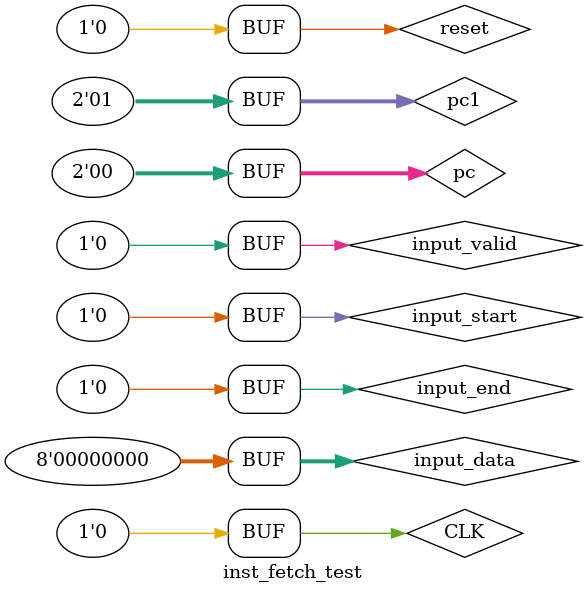
<source format=sv>
module inst_fetch_test #(
	parameter INST_MEM_WIDTH = 2
);
	logic CLK;
	logic reset;
	logic [INST_MEM_WIDTH-1:0] pc;
	logic [INST_MEM_WIDTH-1:0] pc1;
	logic [7:0] input_data; //program loader
	logic input_start; //program loader
	logic input_end; //program loader
	logic input_valid;//prorgram loader
	logic [31:0] inst;
	logic inst_enable;
	logic [INST_MEM_WIDTH-1:0] pc_next;
	logic [INST_MEM_WIDTH-1:0] pc1_next;

	logic [7:0] loader_data;
	logic loader_enable;
	logic loader_ready;
	
	localparam WAIT = 5000;
	localparam CLK_ = 1;

	inst_fetch #(INST_MEM_WIDTH) inst_fetch_instance(
		CLK,
		reset,
		pc,
		pc1,
		input_data,
		input_start,
		input_end,
		input_valid,
		inst,
		inst_enable,
		pc_next,
		pc1_next
	);

	always begin
		CLK <= 1;
		#0.5;
		CLK <= 0;
		#0.5;
	end
	
	initial begin
		#WAIT;
		reset <= 1;
		#WAIT;
		reset <= 0;
		pc <= 0;
		pc1 <= 1;
		#WAIT;
		input_start <= 1;
		#WAIT;
		input_start <= 0; 
		input_data <= 8'h04;
		input_valid <= 1;
		#CLK_;
		input_valid <= 0;
		#WAIT;	
		input_data <= 8'h10;
		input_valid <= 1;
		#CLK_;
		input_valid <= 0;
		#WAIT;
		input_data <= 8'hc2;
        input_valid <= 1;
        #CLK_;
        input_valid <= 0;
        #WAIT;
        input_data <= 8'h00;
        input_valid <= 1;
        #CLK_;
        input_valid <= 0;
		#WAIT;
		input_end <= 1;
		#WAIT;
		input_end <= 0;
    end
endmodule

</source>
